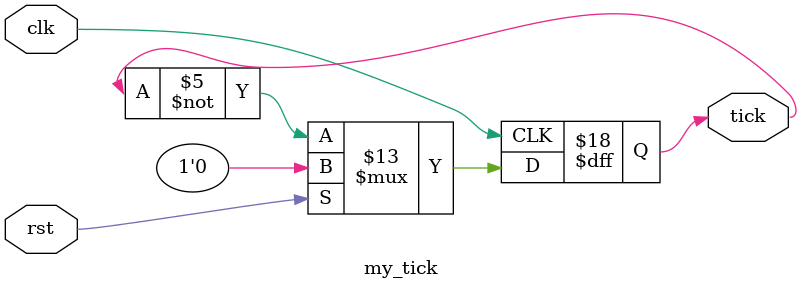
<source format=v>
`timescale 1ns / 1ps


module my_tick(
input clk,
input rst,
output reg tick
    );

reg [23:0] count_val;

always @ (posedge clk)
    begin
    if (rst == 1)
        tick <= 0;
    else
    begin    
            count_val <= count_val +1;
            if (count_val >=12500000)
                count_val = 0;
                tick = ~tick;
        end
    end


    
endmodule

</source>
